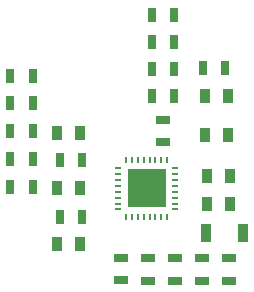
<source format=gbp>
G04*
G04 #@! TF.GenerationSoftware,Altium Limited,Altium Designer,21.9.1 (22)*
G04*
G04 Layer_Color=128*
%FSLAX44Y44*%
%MOMM*%
G71*
G04*
G04 #@! TF.SameCoordinates,2345FEB6-A16B-4DA5-A685-52EC4FAC100B*
G04*
G04*
G04 #@! TF.FilePolarity,Positive*
G04*
G01*
G75*
%ADD30R,0.2300X0.6000*%
%ADD31R,0.6000X0.2300*%
%ADD32R,3.3000X3.3000*%
%ADD33R,1.3000X0.7000*%
%ADD34R,0.9000X1.6000*%
%ADD35R,0.9000X1.3000*%
%ADD36R,0.7000X1.3000*%
D30*
X247500Y273500D02*
D03*
X242500D02*
D03*
X237500D02*
D03*
X232500D02*
D03*
Y225500D02*
D03*
X247500D02*
D03*
X242500D02*
D03*
X237500D02*
D03*
X252500Y273500D02*
D03*
X257500D02*
D03*
X262500D02*
D03*
X252500Y225500D02*
D03*
X257500D02*
D03*
X262500D02*
D03*
X267500D02*
D03*
Y273500D02*
D03*
D31*
X226000Y267000D02*
D03*
Y262000D02*
D03*
Y257000D02*
D03*
Y252000D02*
D03*
Y247000D02*
D03*
Y242000D02*
D03*
Y237000D02*
D03*
Y232000D02*
D03*
X274000D02*
D03*
Y237000D02*
D03*
Y242000D02*
D03*
Y247000D02*
D03*
Y252000D02*
D03*
Y257000D02*
D03*
Y262000D02*
D03*
Y267000D02*
D03*
D32*
X250000Y250000D02*
D03*
D33*
X228000Y191000D02*
D03*
Y172000D02*
D03*
X251000Y171500D02*
D03*
Y190500D02*
D03*
X274000Y190500D02*
D03*
Y171500D02*
D03*
X297000Y171500D02*
D03*
Y190500D02*
D03*
X320000Y190500D02*
D03*
Y171500D02*
D03*
X264000Y289000D02*
D03*
Y308000D02*
D03*
D34*
X300500Y212000D02*
D03*
X331500D02*
D03*
D35*
X320500Y237000D02*
D03*
X301500D02*
D03*
X301500Y260000D02*
D03*
X320500D02*
D03*
X318500Y295000D02*
D03*
X299500D02*
D03*
X299500Y328000D02*
D03*
X318500D02*
D03*
X193500Y203000D02*
D03*
X174500D02*
D03*
X174500Y250000D02*
D03*
X193500D02*
D03*
X174500Y297000D02*
D03*
X193500D02*
D03*
D36*
X316500Y352000D02*
D03*
X297500D02*
D03*
X254500Y328000D02*
D03*
X273500D02*
D03*
X254500Y351000D02*
D03*
X273500D02*
D03*
X254500Y374000D02*
D03*
X273500D02*
D03*
X273500Y397000D02*
D03*
X254500D02*
D03*
X195500Y226000D02*
D03*
X176500D02*
D03*
X195500Y274000D02*
D03*
X176500D02*
D03*
X153500Y251000D02*
D03*
X134500D02*
D03*
X134500Y275000D02*
D03*
X153500D02*
D03*
X153500Y298000D02*
D03*
X134500D02*
D03*
X153500Y322000D02*
D03*
X134500D02*
D03*
X153500Y345000D02*
D03*
X134500D02*
D03*
M02*

</source>
